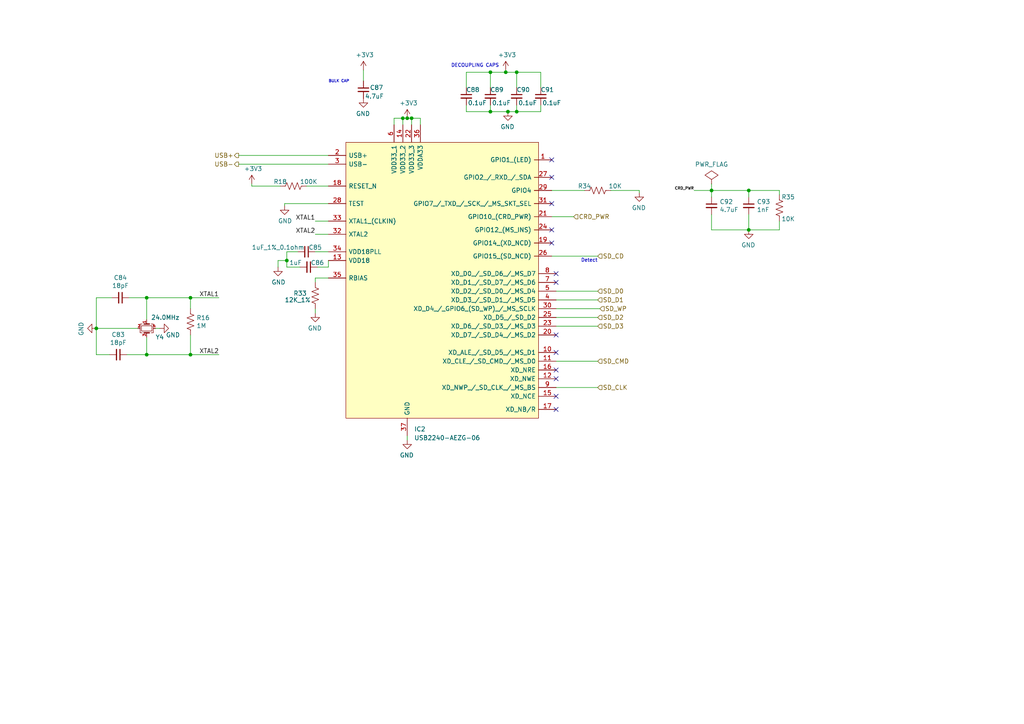
<source format=kicad_sch>
(kicad_sch (version 20211123) (generator eeschema)
  (paper "A4")
  (title_block (title "USB HUB ") (date "2022-08-30") (rev "1.0") (company "N/A") (comment 2 "Reviewed by: ") (comment 3 "Designer by: Robert Mutura"))
  (lib_symbols
    (symbol "Device:C_Small" (pin_numbers hide) (pin_names (offset 0.254) hide)
      (property "Reference" "C" (at 0.254 1.778 0))
      (property "Value" "C_Small" (at 0.254 -2.032 0))
      (symbol "C_Small_0_1"
        (polyline (pts (xy -1.524 -0.508) (xy 1.524 -0.508)) (stroke (width 0.3302)))
        (polyline (pts (xy -1.524 0.508) (xy 1.524 0.508)) (stroke (width 0.3048)))
      )
      (symbol "C_Small_1_1"
        (pin passive line (at 0 2.54 270) (length 2.032) (name "~") (number "1"))
        (pin passive line (at 0 -2.54 90) (length 2.032) (name "~") (number "2"))
      )
    )
    (symbol "Device:Crystal_GND24_Small" (pin_names (offset 1.016) hide)
      (property "Reference" "Y" (at 1.27 4.445 0))
      (property "Value" "Crystal_GND24_Small" (at 1.27 2.54 0))
      (symbol "Crystal_GND24_Small_0_1"
        (rectangle (start -0.762 -1.524) (end 0.762 1.524))
        (polyline (pts (xy -1.27 -0.762) (xy -1.27 0.762)) (stroke (width 0.381)))
        (polyline (pts (xy 1.27 -0.762) (xy 1.27 0.762)) (stroke (width 0.381)))
        (polyline (pts (xy -1.27 -1.27) (xy -1.27 -1.905) (xy 1.27 -1.905) (xy 1.27 -1.27)))
        (polyline (pts (xy -1.27 1.27) (xy -1.27 1.905) (xy 1.27 1.905) (xy 1.27 1.27)))
      )
      (symbol "Crystal_GND24_Small_1_1"
        (pin passive line (at -2.54 0 0) (length 1.27) (name "1") (number "1"))
        (pin passive line (at 0 -2.54 90) (length 0.635) (name "2") (number "2"))
        (pin passive line (at 2.54 0 180) (length 1.27) (name "3") (number "3"))
        (pin passive line (at 0 2.54 270) (length 0.635) (name "4") (number "4"))
      )
    )
    (symbol "Device:R_US" (pin_numbers hide) (pin_names (offset 0))
      (property "Reference" "R" (at 2.54 0 90))
      (property "Value" "R_US" (at -2.54 0 90))
      (symbol "R_US_0_1"
        (polyline (pts (xy 0 -2.286) (xy 0 -2.54)))
        (polyline (pts (xy 0 2.286) (xy 0 2.54)))
        (polyline (pts (xy 0 -0.762) (xy 1.016 -1.143) (xy 0 -1.524) (xy -1.016 -1.905) (xy 0 -2.286)))
        (polyline (pts (xy 0 0.762) (xy 1.016 0.381) (xy 0 0) (xy -1.016 -0.381) (xy 0 -0.762)))
        (polyline (pts (xy 0 2.286) (xy 1.016 1.905) (xy 0 1.524) (xy -1.016 1.143) (xy 0 0.762)))
      )
      (symbol "R_US_1_1"
        (pin passive line (at 0 3.81 270) (length 1.27) (name "~") (number "1"))
        (pin passive line (at 0 -3.81 90) (length 1.27) (name "~") (number "2"))
      )
    )
    (symbol "GCL_Integrated-Circuits:USB2240-AEZG-06" (pin_names (offset 0.762))
      (property "Reference" "IC2" (at -3.81 -62.865 0))
      (property "Value" "USB2240-AEZG-06" (at -3.81 -65.405 0))
      (symbol "USB2240-AEZG-06_0_0"
        (pin passive line (at 41.91 -5.08 180) (length 5.08) (name "GPIO1_(LED)") (number "1"))
        (pin passive line (at 43.18 -60.96 180) (length 5.08) (name "XD_ALE_/_SD_D5_/_MS_D1") (number "10"))
        (pin passive line (at 43.18 -63.5 180) (length 5.08) (name "XD_CLE_/_SD_CMD_/_MS_D0") (number "11"))
        (pin passive line (at 43.18 -68.58 180) (length 5.08) (name "XD_NWE") (number "12"))
        (pin passive line (at -22.86 -34.29 0) (length 5.08) (name "VDD18") (number "13"))
        (pin passive line (at -1.27 5.08 270) (length 5.08) (name "VDD33_2") (number "14"))
        (pin passive line (at 43.18 -73.66 180) (length 5.08) (name "XD_NCE") (number "15"))
        (pin passive line (at 43.18 -66.04 180) (length 5.08) (name "XD_NRE") (number "16"))
        (pin passive line (at 43.18 -77.47 180) (length 5.08) (name "XD_NB/R") (number "17"))
        (pin passive line (at -22.86 -12.7 0) (length 5.08) (name "RESET_N") (number "18"))
        (pin passive line (at 41.91 -29.21 180) (length 5.08) (name "GPIO14_(XD_NCD)") (number "19"))
        (pin passive line (at -22.86 -3.81 0) (length 5.08) (name "USB+") (number "2"))
        (pin passive line (at 43.18 -55.88 180) (length 5.08) (name "XD_D7_/_SD_D4_/_MS_D2") (number "20"))
        (pin passive line (at 41.91 -21.59 180) (length 5.08) (name "GPIO10_(CRD_PWR)") (number "21"))
        (pin passive line (at 1.27 5.08 270) (length 5.08) (name "VDD33_3") (number "22"))
        (pin passive line (at 43.18 -53.34 180) (length 5.08) (name "XD_D6_/_SD_D3_/_MS_D3") (number "23"))
        (pin passive line (at 41.91 -25.4 180) (length 5.08) (name "GPIO12_(MS_INS)") (number "24"))
        (pin passive line (at 43.18 -50.8 180) (length 5.08) (name "XD_D5_/_SD_D2") (number "25"))
        (pin passive line (at 41.91 -33.02 180) (length 5.08) (name "GPIO15_(SD_NCD)") (number "26"))
        (pin passive line (at 41.91 -10.16 180) (length 5.08) (name "GPIO2_/_RXD_/_SDA") (number "27"))
        (pin passive line (at -22.86 -17.78 0) (length 5.08) (name "TEST") (number "28"))
        (pin passive line (at 41.91 -13.97 180) (length 5.08) (name "GPIO4") (number "29"))
        (pin passive line (at -22.86 -6.35 0) (length 5.08) (name "USB-") (number "3"))
        (pin passive line (at 43.18 -48.26 180) (length 5.08) (name "XD_D4_/_GPIO6_(SD_WP)_/_MS_SCLK") (number "30"))
        (pin passive line (at 41.91 -17.78 180) (length 5.08) (name "GPIO7_/_TXD_/_SCK_/_MS_SKT_SEL") (number "31"))
        (pin passive line (at -22.86 -26.67 0) (length 5.08) (name "XTAL2") (number "32"))
        (pin passive line (at -22.86 -22.86 0) (length 5.08) (name "XTAL1_(CLKIN)") (number "33"))
        (pin passive line (at -22.86 -31.75 0) (length 5.08) (name "VDD18PLL") (number "34"))
        (pin passive line (at -22.86 -39.37 0) (length 5.08) (name "RBIAS") (number "35"))
        (pin passive line (at 3.81 5.08 270) (length 5.08) (name "VDDA33") (number "36"))
        (pin passive line (at 0 -85.09 90) (length 5.08) (name "GND") (number "37"))
        (pin passive line (at 43.18 -45.72 180) (length 5.08) (name "XD_D3_/_SD_D1_/_MS_D5") (number "4"))
        (pin passive line (at 43.18 -43.18 180) (length 5.08) (name "XD_D2_/_SD_D0_/_MS_D4") (number "5"))
        (pin passive line (at -3.81 5.08 270) (length 5.08) (name "VDD33_1") (number "6"))
        (pin passive line (at 43.18 -40.64 180) (length 5.08) (name "XD_D1_/_SD_D7_/_MS_D6") (number "7"))
        (pin passive line (at 43.18 -38.1 180) (length 5.08) (name "XD_D0_/_SD_D6_/_MS_D7") (number "8"))
        (pin passive line (at 43.18 -71.12 180) (length 5.08) (name "XD_NWP_/_SD_CLK_/_MS_BS") (number "9"))
      )
      (symbol "USB2240-AEZG-06_0_1"
        (rectangle (start -17.78 0) (end 38.1 -80.01) (stroke (width 0.1524)) (fill (type background)))
      )
    )
    (symbol "USB_C_HUB-rescue:+3.3V-OLIMEX_Power" (power) (pin_names (offset 0))
      (property "Value" "+3.3V-OLIMEX_Power" (at 0 3.556 0))
      (symbol "+3.3V-OLIMEX_Power_0_1"
        (polyline (pts (xy -0.762 1.27) (xy 0 2.54)))
        (polyline (pts (xy 0 0) (xy 0 2.54)))
        (polyline (pts (xy 0 2.54) (xy 0.762 1.27)))
      )
      (symbol "+3.3V-OLIMEX_Power_1_1"
        (pin power_in line (at 0 0 90) (length 0) hide (name "+3V3") (number "1"))
      )
    )
    (symbol "USB_C_HUB-rescue:GND-OLIMEX_Power" (power) (pin_names (offset 0))
      (property "Value" "GND-OLIMEX_Power" (at 0 -3.81 0))
      (symbol "GND-OLIMEX_Power_0_1"
        (polyline (pts (xy 0 0) (xy 0 -1.27) (xy 1.27 -1.27) (xy 0 -2.54) (xy -1.27 -1.27) (xy 0 -1.27)))
      )
      (symbol "GND-OLIMEX_Power_1_1"
        (pin power_in line (at 0 0 270) (length 0) hide (name "GND") (number "1"))
      )
    )
    (symbol "USB_C_HUB-rescue:PWR_FLAG-OLIMEX_Power" (power) (pin_numbers hide) (pin_names (offset 0) hide)
      (property "Value" "PWR_FLAG-OLIMEX_Power" (at 0 4.572 0))
      (symbol "PWR_FLAG-OLIMEX_Power_0_0"
        (pin power_out line (at 0 0 90) (length 0) (name "pwr") (number "1"))
      )
      (symbol "PWR_FLAG-OLIMEX_Power_0_1"
        (polyline (pts (xy 0 0) (xy 0 1.27) (xy -1.905 2.54) (xy 0 3.81) (xy 1.905 2.54) (xy 0 1.27)))
      )
    )
  )
  (junction (at 142.24 20.955))
  (junction (at 55.245 86.36))
  (junction (at 42.545 102.87))
  (junction (at 146.685 20.955))
  (junction (at 217.17 55.245))
  (junction (at 119.38 34.29))
  (junction (at 116.84 34.29))
  (junction (at 147.32 32.385))
  (junction (at 55.245 102.87))
  (junction (at 149.86 20.955))
  (junction (at 118.11 34.29))
  (junction (at 27.94 95.25))
  (junction (at 217.17 66.675))
  (junction (at 206.375 55.245))
  (junction (at 149.86 32.385))
  (junction (at 42.545 86.36))
  (junction (at 142.24 32.385))
  (junction (at 83.185 75.565))
  (no_connect (at 160.02 51.435))
  (no_connect (at 161.29 114.935))
  (no_connect (at 161.29 102.235))
  (no_connect (at 161.29 97.155))
  (no_connect (at 160.02 66.675))
  (no_connect (at 160.02 46.355))
  (no_connect (at 160.02 59.055))
  (no_connect (at 161.29 107.315))
  (no_connect (at 161.29 81.915))
  (no_connect (at 161.29 79.375))
  (no_connect (at 161.29 109.855))
  (no_connect (at 161.29 118.745))
  (no_connect (at 160.02 70.485))
  (wire (pts (xy 161.29 84.455) (xy 173.355 84.455)))
  (wire (pts (xy 91.44 90.805) (xy 91.44 89.535)))
  (wire (pts (xy 160.02 74.295) (xy 173.355 74.295)))
  (wire (pts (xy 226.06 64.135) (xy 226.06 66.675)))
  (wire (pts (xy 121.92 34.29) (xy 121.92 36.195)))
  (wire (pts (xy 27.94 102.87) (xy 31.75 102.87)))
  (wire (pts (xy 206.375 55.245) (xy 206.375 57.15)))
  (wire (pts (xy 146.685 20.955) (xy 149.86 20.955)))
  (wire (pts (xy 135.255 25.4) (xy 135.255 20.955)))
  (wire (pts (xy 149.86 32.385) (xy 149.86 30.48)))
  (wire (pts (xy 55.245 102.87) (xy 63.5 102.87)))
  (wire (pts (xy 149.86 20.955) (xy 149.86 25.4)))
  (wire (pts (xy 118.11 34.29) (xy 116.84 34.29)))
  (wire (pts (xy 142.24 25.4) (xy 142.24 20.955)))
  (wire (pts (xy 206.375 55.245) (xy 217.17 55.245)))
  (wire (pts (xy 95.25 77.47) (xy 92.075 77.47)))
  (wire (pts (xy 42.545 86.36) (xy 55.245 86.36)))
  (wire (pts (xy 217.17 66.675) (xy 226.06 66.675)))
  (wire (pts (xy 116.84 36.195) (xy 116.84 34.29)))
  (wire (pts (xy 177.165 55.245) (xy 185.42 55.245)))
  (wire (pts (xy 37.465 86.36) (xy 42.545 86.36)))
  (wire (pts (xy 95.25 80.645) (xy 91.44 80.645)))
  (wire (pts (xy 95.25 53.975) (xy 88.9 53.975)))
  (wire (pts (xy 82.55 59.055) (xy 82.55 59.69)))
  (wire (pts (xy 55.245 86.36) (xy 63.5 86.36)))
  (wire (pts (xy 146.685 20.955) (xy 146.685 20.32)))
  (wire (pts (xy 42.545 97.79) (xy 42.545 102.87)))
  (wire (pts (xy 217.17 62.23) (xy 217.17 66.675)))
  (wire (pts (xy 91.44 64.135) (xy 95.25 64.135)))
  (wire (pts (xy 114.3 34.29) (xy 114.3 36.195)))
  (wire (pts (xy 156.845 20.955) (xy 156.845 25.4)))
  (wire (pts (xy 69.215 45.085) (xy 95.25 45.085)))
  (wire (pts (xy 149.86 20.955) (xy 156.845 20.955)))
  (wire (pts (xy 160.02 62.865) (xy 166.37 62.865)))
  (wire (pts (xy 86.36 73.025) (xy 83.185 73.025)))
  (wire (pts (xy 147.32 32.385) (xy 149.86 32.385)))
  (wire (pts (xy 161.29 89.535) (xy 173.99 89.535)))
  (wire (pts (xy 185.42 55.245) (xy 185.42 55.88)))
  (wire (pts (xy 217.17 55.245) (xy 226.06 55.245)))
  (wire (pts (xy 27.94 86.36) (xy 27.94 95.25)))
  (wire (pts (xy 32.385 86.36) (xy 27.94 86.36)))
  (wire (pts (xy 173.355 94.615) (xy 161.29 94.615)))
  (wire (pts (xy 173.355 112.395) (xy 161.29 112.395)))
  (wire (pts (xy 217.17 55.245) (xy 217.17 57.15)))
  (wire (pts (xy 160.02 55.245) (xy 169.545 55.245)))
  (wire (pts (xy 206.375 66.675) (xy 217.17 66.675)))
  (wire (pts (xy 135.255 32.385) (xy 142.24 32.385)))
  (wire (pts (xy 83.185 77.47) (xy 86.995 77.47)))
  (wire (pts (xy 42.545 102.87) (xy 36.83 102.87)))
  (wire (pts (xy 135.255 20.955) (xy 142.24 20.955)))
  (wire (pts (xy 142.24 20.955) (xy 146.685 20.955)))
  (wire (pts (xy 161.29 86.995) (xy 173.355 86.995)))
  (wire (pts (xy 135.255 30.48) (xy 135.255 32.385)))
  (wire (pts (xy 42.545 102.87) (xy 55.245 102.87)))
  (wire (pts (xy 80.645 75.565) (xy 83.185 75.565)))
  (wire (pts (xy 42.545 86.36) (xy 42.545 92.71)))
  (wire (pts (xy 95.25 59.055) (xy 82.55 59.055)))
  (wire (pts (xy 46.355 95.25) (xy 45.085 95.25)))
  (wire (pts (xy 40.005 95.25) (xy 27.94 95.25)))
  (wire (pts (xy 173.355 104.775) (xy 161.29 104.775)))
  (wire (pts (xy 73.025 53.975) (xy 73.025 53.34)))
  (wire (pts (xy 116.84 34.29) (xy 114.3 34.29)))
  (wire (pts (xy 226.06 55.245) (xy 226.06 56.515)))
  (wire (pts (xy 27.94 95.25) (xy 27.94 102.87)))
  (wire (pts (xy 83.185 75.565) (xy 83.185 77.47)))
  (wire (pts (xy 201.295 55.245) (xy 206.375 55.245)))
  (wire (pts (xy 119.38 34.29) (xy 119.38 36.195)))
  (wire (pts (xy 206.375 62.23) (xy 206.375 66.675)))
  (wire (pts (xy 95.25 73.025) (xy 91.44 73.025)))
  (wire (pts (xy 55.245 89.535) (xy 55.245 86.36)))
  (wire (pts (xy 206.375 55.245) (xy 206.375 53.34)))
  (wire (pts (xy 69.215 47.625) (xy 95.25 47.625)))
  (wire (pts (xy 91.44 80.645) (xy 91.44 81.915)))
  (wire (pts (xy 118.11 34.29) (xy 119.38 34.29)))
  (wire (pts (xy 83.185 73.025) (xy 83.185 75.565)))
  (wire (pts (xy 105.41 20.32) (xy 105.41 23.495)))
  (wire (pts (xy 156.845 32.385) (xy 156.845 30.48)))
  (wire (pts (xy 95.25 67.945) (xy 91.44 67.945)))
  (wire (pts (xy 149.86 32.385) (xy 156.845 32.385)))
  (wire (pts (xy 118.11 127.635) (xy 118.11 126.365)))
  (wire (pts (xy 161.29 92.075) (xy 173.355 92.075)))
  (wire (pts (xy 95.25 75.565) (xy 95.25 77.47)))
  (wire (pts (xy 55.245 97.155) (xy 55.245 102.87)))
  (wire (pts (xy 80.645 77.47) (xy 80.645 75.565)))
  (wire (pts (xy 119.38 34.29) (xy 121.92 34.29)))
  (wire (pts (xy 142.24 30.48) (xy 142.24 32.385)))
  (wire (pts (xy 73.025 53.975) (xy 81.28 53.975)))
  (wire (pts (xy 142.24 32.385) (xy 147.32 32.385)))
  (text "Detect" (at 173.355 76.2 180) (effects (font (size 0.9906 0.9906)) (justify right bottom)))
  (text "DECOUPLING CAPS" (at 130.81 19.685 0) (effects (font (size 0.9906 0.9906)) (justify left bottom)))
  (text "BULK CAP" (at 95.25 24.13 0) (effects (font (size 0.7874 0.7874)) (justify left bottom)))
  (label "XTAL2" (at 63.5 102.87 180))
  (label "XTAL1" (at 63.5 86.36 180))
  (label "XTAL2" (at 91.44 67.945 180))
  (label "XTAL1" (at 91.44 64.135 180))
  (label "CRD_PWR" (at 201.295 55.245 180) (effects (font (size 0.7874 0.7874))))
  (hierarchical_label "USB+" (shape output) (at 69.215 45.085 180))
  (hierarchical_label "SD_D2" (shape input) (at 173.355 92.075 0))
  (hierarchical_label "SD_CMD" (shape input) (at 173.355 104.775 0))
  (hierarchical_label "SD_CLK" (shape input) (at 173.355 112.395 0))
  (hierarchical_label "SD_D3" (shape input) (at 173.355 94.615 0))
  (hierarchical_label "USB-" (shape output) (at 69.215 47.625 180))
  (hierarchical_label "SD_CD" (shape input) (at 173.355 74.295 0))
  (hierarchical_label "CRD_PWR" (shape input) (at 166.37 62.865 0))
  (hierarchical_label "SD_D0" (shape input) (at 173.355 84.455 0))
  (hierarchical_label "SD_WP" (shape input) (at 173.99 89.535 0))
  (hierarchical_label "SD_D1" (shape input) (at 173.355 86.995 0))
  (symbol (lib_id "Device:C_Small") (at 34.925 86.36 270) (unit 1)
    (property "Reference" "C84" (at 34.925 80.5434 90))
    (property "Value" "18pF" (at 34.925 82.8548 90))
    (property "Footprint" "Capacitor_SMD:C_0402_1005Metric" (effects hide))
  )
  (symbol (lib_id "Device:C_Small") (at 34.29 102.87 270) (unit 1)
    (property "Reference" "C83" (at 34.29 97.0534 90))
    (property "Value" "18pF" (at 34.29 99.3648 90))
    (property "Footprint" "Capacitor_SMD:C_0402_1005Metric" (effects hide))
  )
  (symbol (lib_id "Device:R_US") (at 55.245 93.345 0) (unit 1)
    (property "Reference" "R16" (at 56.9722 92.1766 0) (effects (justify left)))
    (property "Value" "1M" (at 56.9722 94.488 0) (effects (justify left)))
    (property "Footprint" "Resistor_SMD:R_0402_1005Metric" (effects hide))
  )
  (symbol (lib_id "USB_C_HUB-rescue:GND-OLIMEX_Power") (at 82.55 59.69 0) (unit 1)
    (property "Reference" "#PWR0111" (effects hide))
    (property "Value" "GND" (at 82.677 64.0842 0))
  )
  (symbol (lib_id "USB_C_HUB-rescue:+3.3V-OLIMEX_Power") (at 118.11 34.29 0) (unit 1)
    (property "Reference" "#PWR0115" (effects hide))
    (property "Value" "+3.3V" (at 118.491 29.8958 0))
  )
  (symbol (lib_id "Device:R_US") (at 85.09 53.975 90) (unit 1)
    (property "Reference" "R18" (at 81.28 52.705 90))
    (property "Value" "100K" (at 89.535 52.705 90))
    (property "Footprint" "Resistor_SMD:R_0402_1005Metric" (effects hide))
    (property "Mfr No." "0402WGF1003TCE" (effects hide))
  )
  (symbol (lib_id "USB_C_HUB-rescue:+3.3V-OLIMEX_Power") (at 73.025 53.34 0) (unit 1)
    (property "Reference" "#PWR0108" (effects hide))
    (property "Value" "+3.3V" (at 73.406 48.9458 0))
  )
  (symbol (lib_id "Device:C_Small") (at 88.9 73.025 270) (unit 1)
    (property "Reference" "C85" (at 91.44 71.755 90))
    (property "Value" "1uF_1%_0.1ohm" (at 80.645 71.755 90))
    (property "Footprint" "Capacitor_SMD:C_0603_1608Metric" (effects hide))
    (property "Mfr No." "GMC10X7R105J16NT" (effects hide))
    (property "Vendor" "DK" (effects hide))
  )
  (symbol (lib_id "USB_C_HUB-rescue:GND-OLIMEX_Power") (at 80.645 77.47 0) (unit 1)
    (property "Reference" "#PWR0109" (effects hide))
    (property "Value" "GND" (at 80.772 81.8642 0))
  )
  (symbol (lib_id "Device:C_Small") (at 89.535 77.47 270) (unit 1)
    (property "Reference" "C86" (at 92.075 76.2 90))
    (property "Value" "1uF" (at 85.725 76.2 90))
    (property "Footprint" "Capacitor_SMD:C_0603_1608Metric" (effects hide))
    (property "Mfr No." "GMC10X7R105J16NT" (effects hide))
    (property "Vendor" "DK" (effects hide))
  )
  (symbol (lib_id "Device:C_Small") (at 135.255 27.94 0) (unit 1)
    (property "Reference" "C88" (at 137.16 26.035 0))
    (property "Value" "0.1uF" (at 138.43 29.845 0))
    (property "Footprint" "Capacitor_SMD:C_0402_1005Metric" (effects hide))
  )
  (symbol (lib_id "Device:C_Small") (at 142.24 27.94 0) (unit 1)
    (property "Reference" "C89" (at 144.145 26.035 0))
    (property "Value" "0.1uF" (at 145.415 29.845 0))
    (property "Footprint" "Capacitor_SMD:C_0402_1005Metric" (effects hide))
  )
  (symbol (lib_id "USB_C_HUB-rescue:+3.3V-OLIMEX_Power") (at 105.41 20.32 0) (unit 1)
    (property "Reference" "#PWR0113" (effects hide))
    (property "Value" "+3.3V" (at 105.791 15.9258 0))
  )
  (symbol (lib_id "USB_C_HUB-rescue:+3.3V-OLIMEX_Power") (at 146.685 20.32 0) (unit 1)
    (property "Reference" "#PWR0117" (effects hide))
    (property "Value" "+3.3V" (at 147.066 15.9258 0))
  )
  (symbol (lib_id "Device:R_US") (at 91.44 85.725 0) (unit 1)
    (property "Reference" "R33" (at 85.09 85.09 0) (effects (justify left)))
    (property "Value" "12K_1%" (at 82.55 86.995 0) (effects (justify left)))
    (property "Footprint" "Resistor_SMD:R_0402_1005Metric" (effects hide))
    (property "Mfr No." "RTT021202FTH" (effects hide))
  )
  (symbol (lib_id "Device:R_US") (at 173.355 55.245 270) (unit 1)
    (property "Reference" "R34" (at 169.545 53.975 90))
    (property "Value" "10K" (at 178.435 53.975 90))
    (property "Footprint" "Resistor_SMD:R_0402_1005Metric" (effects hide))
  )
  (symbol (lib_id "USB_C_HUB-rescue:GND-OLIMEX_Power") (at 185.42 55.88 0) (mirror y) (unit 1)
    (property "Reference" "#PWR0119" (effects hide))
    (property "Value" "GND" (at 185.293 60.2742 0))
  )
  (symbol (lib_id "Device:C_Small") (at 206.375 59.69 0) (unit 1)
    (property "Reference" "C92" (at 208.7118 58.5216 0) (effects (justify left)))
    (property "Value" "4.7uF" (at 208.7118 60.833 0) (effects (justify left)))
    (property "Footprint" "Capacitor_SMD:C_0603_1608Metric" (effects hide))
    (property "Mfr No." "CL10A475KQ8NNNC" (effects hide))
  )
  (symbol (lib_id "Device:C_Small") (at 217.17 59.69 0) (unit 1)
    (property "Reference" "C93" (at 219.5068 58.5216 0) (effects (justify left)))
    (property "Value" "1nF" (at 219.5068 60.833 0) (effects (justify left)))
    (property "Footprint" "Capacitor_SMD:C_0402_1005Metric" (effects hide))
    (property "Mfr No." "C0402C102J1GEC7411" (effects hide))
  )
  (symbol (lib_id "Device:R_US") (at 226.06 60.325 180) (unit 1)
    (property "Reference" "R35" (at 228.6 57.15 0))
    (property "Value" "10K" (at 228.6 63.5 0))
    (property "Footprint" "Resistor_SMD:R_0402_1005Metric" (effects hide))
  )
  (symbol (lib_id "USB_C_HUB-rescue:GND-OLIMEX_Power") (at 217.17 66.675 0) (mirror y) (unit 1)
    (property "Reference" "#PWR0120" (effects hide))
    (property "Value" "GND" (at 217.043 71.0692 0))
  )
  (symbol (lib_id "USB_C_HUB-rescue:GND-OLIMEX_Power") (at 118.11 127.635 0) (mirror y) (unit 1)
    (property "Reference" "#PWR0116" (effects hide))
    (property "Value" "GND" (at 117.983 132.0292 0))
  )
  (symbol (lib_id "Device:Crystal_GND24_Small") (at 42.545 95.25 270) (unit 1)
    (property "Reference" "Y4" (at 45.085 97.79 90) (effects (justify left)))
    (property "Value" "24.0MHz" (at 43.815 92.075 90) (effects (justify left)))
    (property "Footprint" "Crystal:Crystal_SMD_2016-4Pin_2.0x1.6mm" (effects hide))
    (property "Mfr No." "ABM11-24.000MHZ-D2X-T3" (effects hide))
  )
  (symbol (lib_id "USB_C_HUB-rescue:GND-OLIMEX_Power") (at 27.94 95.25 270) (unit 1)
    (property "Reference" "#PWR0106" (effects hide))
    (property "Value" "GND" (at 23.5458 95.377 0))
  )
  (symbol (lib_id "USB_C_HUB-rescue:GND-OLIMEX_Power") (at 46.355 95.25 90) (unit 1)
    (property "Reference" "#PWR0107" (effects hide))
    (property "Value" "GND" (at 50.165 97.155 90))
  )
  (symbol (lib_id "Device:C_Small") (at 149.86 27.94 0) (unit 1)
    (property "Reference" "C90" (at 151.765 26.035 0))
    (property "Value" "0.1uF" (at 153.035 29.845 0))
    (property "Footprint" "Capacitor_SMD:C_0402_1005Metric" (effects hide))
  )
  (symbol (lib_id "Device:C_Small") (at 156.845 27.94 0) (unit 1)
    (property "Reference" "C91" (at 158.75 26.035 0))
    (property "Value" "0.1uF" (at 160.02 29.845 0))
    (property "Footprint" "Capacitor_SMD:C_0402_1005Metric" (effects hide))
  )
  (symbol (lib_id "Device:C_Small") (at 105.41 26.035 0) (unit 1)
    (property "Reference" "C87" (at 109.22 25.4 0))
    (property "Value" "4.7uF" (at 108.585 27.94 0))
    (property "Footprint" "Capacitor_SMD:C_0603_1608Metric" (effects hide))
    (property "Mfr No." "CL10A475KQ8NNNC" (effects hide))
  )
  (symbol (lib_id "USB_C_HUB-rescue:GND-OLIMEX_Power") (at 147.32 32.385 0) (mirror y) (unit 1)
    (property "Reference" "#PWR0118" (effects hide))
    (property "Value" "GND" (at 147.193 36.7792 0))
  )
  (symbol (lib_id "USB_C_HUB-rescue:GND-OLIMEX_Power") (at 105.41 28.575 0) (mirror y) (unit 1)
    (property "Reference" "#PWR0114" (effects hide))
    (property "Value" "GND" (at 105.283 32.9692 0))
  )
  (symbol (lib_id "USB_C_HUB-rescue:GND-OLIMEX_Power") (at 91.44 90.805 0) (mirror y) (unit 1)
    (property "Reference" "#PWR0112" (effects hide))
    (property "Value" "GND" (at 91.313 95.1992 0))
  )
  (symbol (lib_id "USB_C_HUB-rescue:PWR_FLAG-OLIMEX_Power") (at 206.375 53.34 0) (unit 1)
    (property "Reference" "#FLG06" (effects hide))
    (property "Value" "PWR_FLAG" (at 206.375 47.6758 0))
  )
  (symbol (lib_id "GCL_Integrated-Circuits:USB2240-AEZG-06") (at 118.11 41.275 0) (unit 1)
    (property "Reference" "IC2" (at 120.1294 124.46 0) (effects (justify left)))
    (property "Value" "USB2240-AEZG-06" (at 120.1294 127 0) (effects (justify left)))
    (property "Footprint" "Package_DFN_QFN:QFN-36-1EP_6x6mm_P0.5mm_EP3.7x3.7mm" (effects hide))
    (property "Datasheet" "https://componentsearchengine.com/Datasheets/2/USB2240-AEZG-06.pdf" (effects hide))
    (property "Description" "USB2240-AEZG-06, USB Controller 35Mbit/s USB 2.0, 3.3 V, 36-Pin, QFN" (effects hide))
    (property "Height" "1" (effects hide))
    (property "Mouser Part Number" "886-USB2240-AEZG-06" (effects hide))
    (property "Mouser Price/Stock" "https://www.mouser.co.uk/ProductDetail/Microchip-Technology/USB2240-AEZG-06?qs=pA5MXup5wxHoIFvrAD2h5w%3D%3D" (effects hide))
    (property "Manufacturer_Name" "Microchip" (effects hide))
    (property "Manufacturer_Part_Number" "USB2240-AEZG-06" (effects hide))
  )
)
</source>
